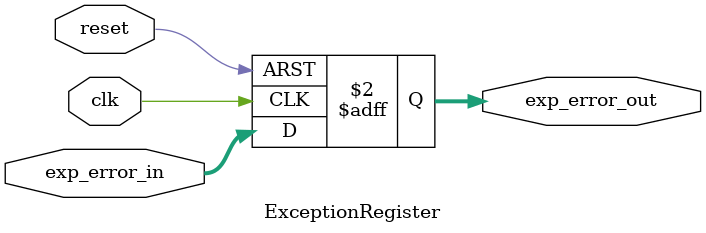
<source format=sv>
module ExceptionRegister(
    input logic clk,
    input logic reset,
    input logic [1:0] exp_error_in, // Exception error signal from EX stage
    output logic [1:0] exp_error_out // Output exception error from MEM stage
);

    // Register to hold the exception code
    always_ff @(posedge clk or posedge reset) begin
        if (reset) begin
            exp_error_out <= 2'b00; // Reset exception error to no exception
        end else begin
            // Update the exception error register with the latest value from EX or MEM stage
            exp_error_out <= exp_error_in;
            // $display("[ExceptionRegister] Exception error updated: %b", exp_error_out);
        end
    end
endmodule
</source>
